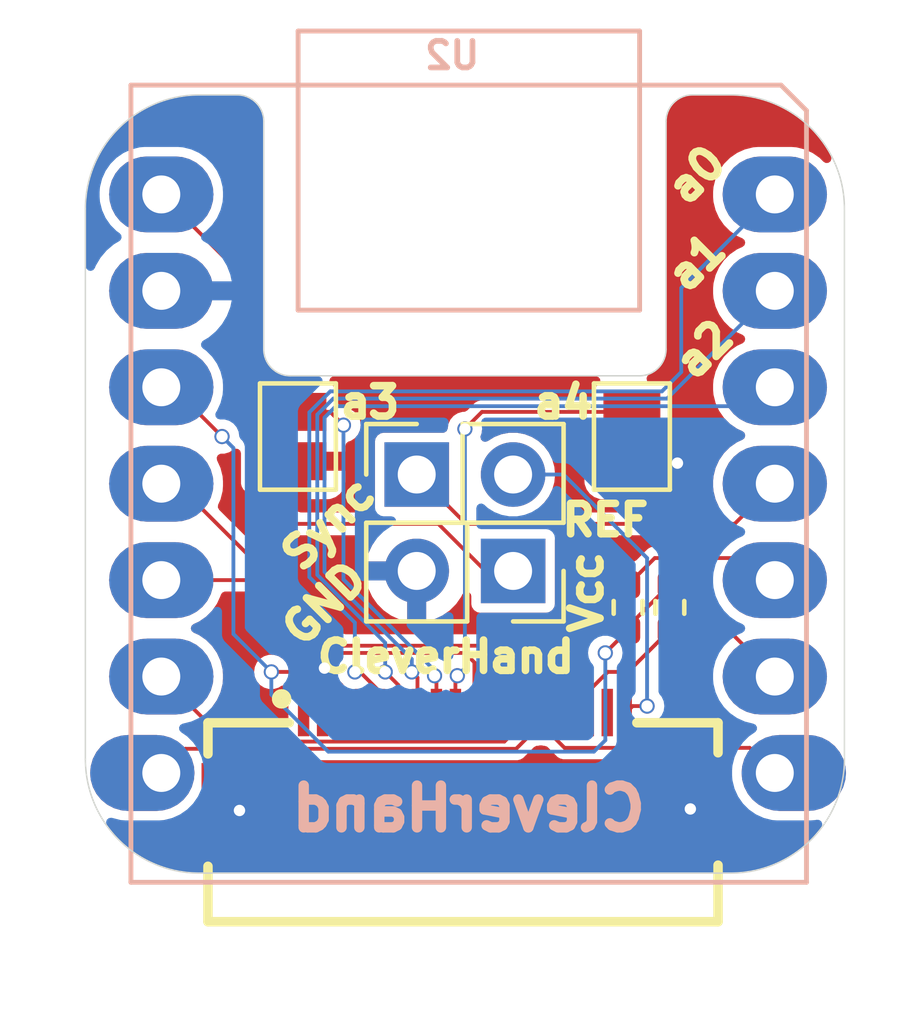
<source format=kicad_pcb>
(kicad_pcb (version 20240108) (generator "pcbnew") (generator_version "8.0")
  (layers (0 "F.Cu" signal "Front") (1 "In1.Cu" signal) (2 "In2.Cu" signal) (31 "B.Cu" signal "Back") (34 "B.Paste" user) (35 "F.Paste" user) (36 "B.SilkS" user "B.Silkscreen") (37 "F.SilkS" user "F.Silkscreen") (38 "B.Mask" user) (39 "F.Mask" user) (44 "Edge.Cuts" user))
  (net 0 "")
  (net 1 "+3.3V")
  (net 2 "/Sync")
  (net 3 "GND")
  (net 4 "/AUX3")
  (net 5 "/addr_bus_2")
  (net 6 "/IO2")
  (net 7 "/SCLK")
  (net 8 "/AUX1")
  (net 9 "/AUX2")
  (net 10 "/PICO")
  (net 11 "/i2C_SCL")
  (net 12 "/I2C_SDA")
  (net 13 "/POCI")
  (net 14 "/extRef")
  (net 15 "/addr_bus_0")
  (net 16 "/addr_bus_1")
  (net 17 "/IO1_out")
  (net 18 "VSYS")
  (net 19 "/addr_bus_4")
  (net 20 "/addr_bus_3")
  (footprint "Resistor_SMD:R_0402_1005Metric_Pad0.72x0.64mm_HandSolder" (layer "F.Cu") (at 61.9 87.5 -90)
    (property "Reference" "R1" (hide yes))
    (property "Value" "2k" (hide yes))
    (fp_line (start -0.167621 0.380001) (end 0.167621 0.380001) (stroke (width 0.12)) (layer "F.SilkS"))
    (fp_line (start -0.167621 -0.380001) (end 0.167621 -0.380001) (stroke (width 0.12)) (layer "F.SilkS"))
    (pad "1" smd roundrect (at -0.5975 0 270) (size 0.715 0.64) (layers "F.Cu" "F.Paste" "F.Mask") (net 1 "+3.3V"))
    (pad "2" smd roundrect (at 0.5975 0 270) (size 0.715 0.64) (layers "F.Cu" "F.Paste" "F.Mask") (net 11 "/i2C_SCL"))
  )
  (footprint "Resistor_SMD:R_0402_1005Metric_Pad0.72x0.64mm_HandSolder" (layer "F.Cu") (at 60.8 87.5 90)
    (property "Reference" "R2" (hide yes))
    (property "Value" "2k" (hide yes))
    (fp_line (start -0.167621 -0.380001) (end 0.167621 -0.380001) (stroke (width 0.12)) (layer "F.SilkS"))
    (fp_line (start -0.167621 0.380001) (end 0.167621 0.380001) (stroke (width 0.12)) (layer "F.SilkS"))
    (pad "1" smd roundrect (at -0.5975 0 90) (size 0.715 0.64) (layers "F.Cu" "F.Paste" "F.Mask") (net 1 "+3.3V"))
    (pad "2" smd roundrect (at 0.5975 0 90) (size 0.715 0.64) (layers "F.Cu" "F.Paste" "F.Mask") (net 12 "/I2C_SDA"))
  )
  (footprint "00_lcsc:FPC-SMD_18P-P0.50_FPC-05F-18PH20" (layer "F.Cu") (at 56.5 91.56)
    (property "Reference" "FPC1" (hide yes))
    (property "Value" "FPC-05F-18PH20" (hide yes))
    (fp_line (start -6.77 -1.02) (end -4.629999 -1.02) (stroke (width 0.25)) (layer "F.SilkS"))
    (fp_line (start -6.77 -0.199999) (end -6.77 -1.02) (stroke (width 0.25)) (layer "F.SilkS"))
    (fp_line (start -6.77 4.220001) (end -6.77 2.76) (stroke (width 0.25)) (layer "F.SilkS"))
    (fp_line (start 4.53 -1.02) (end 6.67 -1.02) (stroke (width 0.25)) (layer "F.SilkS"))
    (fp_line (start 6.67 -1.02) (end 6.67 -0.23) (stroke (width 0.25)) (layer "F.SilkS"))
    (fp_line (start 6.67 2.73) (end 6.67 4.22) (stroke (width 0.25)) (layer "F.SilkS"))
    (fp_line (start 6.67 4.22) (end -6.77 4.220001) (stroke (width 0.25)) (layer "F.SilkS"))
    (fp_circle (center -4.83 -1.65) (end -4.7 -1.65) (stroke (width 0.25)) (fill none) (layer "F.SilkS"))
    (fp_circle (center -4.83 -1.65) (end -4.7 -1.65) (stroke (width 0.25)) (fill none) (layer "F.SilkS"))
    (pad "1" smd rect (at -4.25 -1.29) (size 0.3 1.25) (layers "F.Cu" "F.Paste" "F.Mask") (net 8 "/AUX1"))
    (pad "2" smd rect (at -3.75 -1.29) (size 0.3 1.25) (layers "F.Cu" "F.Paste" "F.Mask") (net 1 "+3.3V"))
    (pad "3" smd rect (at -3.25 -1.29) (size 0.3 1.25) (layers "F.Cu" "F.Paste" "F.Mask") (net 3 "GND"))
    (pad "4" smd rect (at -2.75 -1.29) (size 0.3 1.25) (layers "F.Cu" "F.Paste" "F.Mask") (net 4 "/AUX3"))
    (pad "5" smd rect (at -2.25 -1.29) (size 0.3 1.25) (layers "F.Cu" "F.Paste" "F.Mask") (net 15 "/addr_bus_0"))
    (pad "6" smd rect (at -1.75 -1.29) (size 0.3 1.25) (layers "F.Cu" "F.Paste" "F.Mask") (net 16 "/addr_bus_1"))
    (pad "7" smd rect (at -1.25 -1.29) (size 0.3 1.25) (layers "F.Cu" "F.Paste" "F.Mask") (net 5 "/addr_bus_2"))
    (pad "8" smd rect (at -0.75 -1.29) (size 0.3 1.25) (layers "F.Cu" "F.Paste" "F.Mask") (net 20 "/addr_bus_3"))
    (pad "9" smd rect (at -0.25 -1.29) (size 0.3 1.25) (layers "F.Cu" "F.Paste" "F.Mask") (net 19 "/addr_bus_4"))
    (pad "10" smd rect (at 0.25 -1.29) (size 0.3 1.25) (layers "F.Cu" "F.Paste" "F.Mask") (net 13 "/POCI"))
    (pad "11" smd rect (at 0.75 -1.29) (size 0.3 1.25) (layers "F.Cu" "F.Paste" "F.Mask") (net 10 "/PICO"))
    (pad "12" smd rect (at 1.25 -1.29) (size 0.3 1.25) (layers "F.Cu" "F.Paste" "F.Mask") (net 7 "/SCLK"))
    (pad "13" smd rect (at 1.75 -1.29) (size 0.3 1.25) (layers "F.Cu" "F.Paste" "F.Mask") (net 17 "/IO1_out"))
    (pad "14" smd rect (at 2.25 -1.29) (size 0.3 1.25) (layers "F.Cu" "F.Paste" "F.Mask") (net 6 "/IO2"))
    (pad "15" smd rect (at 2.75 -1.29) (size 0.3 1.25) (layers "F.Cu" "F.Paste" "F.Mask") (net 12 "/I2C_SDA"))
    (pad "16" smd rect (at 3.25 -1.29) (size 0.3 1.25) (layers "F.Cu" "F.Paste" "F.Mask") (net 11 "/i2C_SCL"))
    (pad "17" smd rect (at 3.75 -1.29) (size 0.3 1.25) (layers "F.Cu" "F.Paste" "F.Mask") (net 9 "/AUX2"))
    (pad "18" smd rect (at 4.25 -1.29) (size 0.3 1.25) (layers "F.Cu" "F.Paste" "F.Mask") (net 14 "/extRef"))
    (pad "19" smd rect (at -5.94 1.29) (size 2 2.5) (layers "F.Cu" "F.Paste" "F.Mask") (net 3 "GND"))
    (pad "20" smd rect (at 5.94 1.25) (size 2 2.5) (layers "F.Cu" "F.Paste" "F.Mask") (net 3 "GND"))
  )
  (footprint "Jumper:SolderJumper-2_P1.3mm_Open_Pad1.0x1.5mm" (layer "F.Cu") (at 60.9 83 -90)
    (property "Reference" "JP1" (hide yes))
    (property "Value" "SolderJumper_2_Open" (hide yes))
    (fp_line (start -1.4 1) (end -1.4 -1) (stroke (width 0.12)) (layer "F.SilkS"))
    (fp_line (start 1.4 1) (end -1.4 1) (stroke (width 0.12)) (layer "F.SilkS"))
    (fp_line (start -1.4 -1) (end 1.4 -1) (stroke (width 0.12)) (layer "F.SilkS"))
    (fp_line (start 1.4 -1) (end 1.4 1) (stroke (width 0.12)) (layer "F.SilkS"))
    (pad "1" smd rect (at -0.649999 0 270) (size 1 1.5) (layers "F.Cu" "F.Mask") (net 19 "/addr_bus_4"))
    (pad "2" smd rect (at 0.649999 0 270) (size 1 1.5) (layers "F.Cu" "F.Mask") (net 3 "GND"))
  )
  (footprint "Connector_PinHeader_2.54mm:PinHeader_1x02_P2.54mm_Vertical" (layer "F.Cu") (at 55.23 84)
    (property "Reference" "J3" (hide yes))
    (property "Value" "Conn_01x02_Pin" (hide yes))
    (fp_line (start -1.33 -1.33) (end 0 -1.33) (stroke (width 0.12)) (layer "F.SilkS"))
    (fp_line (start -1.33 0) (end -1.33 -1.33) (stroke (width 0.12)) (layer "F.SilkS"))
    (fp_line (start -1.33 1.27) (end -1.33 3.87) (stroke (width 0.12)) (layer "F.SilkS"))
    (fp_line (start -1.33 1.27) (end 1.33 1.27) (stroke (width 0.12)) (layer "F.SilkS"))
    (fp_line (start -1.33 3.87) (end 1.33 3.87) (stroke (width 0.12)) (layer "F.SilkS"))
    (fp_line (start 1.33 1.27) (end 1.33 3.87) (stroke (width 0.12)) (layer "F.SilkS"))
    (pad "1" thru_hole rect (at 0 0) (size 1.7 1.7) (drill 1) (layers "*.Cu" "*.Mask") (net 2 "/Sync"))
    (pad "2" thru_hole oval (at 0 2.54) (size 1.7 1.7) (drill 1) (layers "*.Cu" "*.Mask") (net 3 "GND"))
  )
  (footprint "Connector_PinHeader_2.54mm:PinHeader_1x02_P2.54mm_Vertical" (layer "F.Cu") (at 57.77 86.54 180)
    (property "Reference" "J1" (hide yes))
    (property "Value" "Conn_01x02_Pin" (hide yes))
    (fp_line (start 1.33 1.270001) (end 1.33 3.87) (stroke (width 0.12)) (layer "F.SilkS"))
    (fp_line (start -1.33 3.87) (end 1.33 3.87) (stroke (width 0.12)) (layer "F.SilkS"))
    (fp_line (start -1.33 1.270001) (end 1.33 1.270001) (stroke (width 0.12)) (layer "F.SilkS"))
    (fp_line (start -1.33 1.270001) (end -1.33 3.87) (stroke (width 0.12)) (layer "F.SilkS"))
    (fp_line (start -1.33 0) (end -1.33 -1.33) (stroke (width 0.12)) (layer "F.SilkS"))
    (fp_line (start -1.33 -1.33) (end 0 -1.33) (stroke (width 0.12)) (layer "F.SilkS"))
    (pad "1" thru_hole rect (at 0 0 180) (size 1.7 1.7) (drill 1) (layers "*.Cu" "*.Mask") (net 18 "VSYS"))
    (pad "2" thru_hole oval (at 0 2.54 180) (size 1.7 1.7) (drill 1) (layers "*.Cu" "*.Mask") (net 14 "/extRef"))
  )
  (footprint "Jumper:SolderJumper-2_P1.3mm_Open_Pad1.0x1.5mm" (layer "F.Cu") (at 52.1 83 -90)
    (property "Reference" "JP2" (hide yes))
    (property "Value" "SolderJumper_2_Open" (hide yes))
    (fp_line (start -1.4 1) (end -1.4 -1) (stroke (width 0.12)) (layer "F.SilkS"))
    (fp_line (start 1.4 1) (end -1.4 1) (stroke (width 0.12)) (layer "F.SilkS"))
    (fp_line (start -1.4 -1) (end 1.4 -1) (stroke (width 0.12)) (layer "F.SilkS"))
    (fp_line (start 1.4 -1) (end 1.4 1) (stroke (width 0.12)) (layer "F.SilkS"))
    (pad "1" smd rect (at -0.649999 0 270) (size 1 1.5) (layers "F.Cu" "F.Mask") (net 20 "/addr_bus_3"))
    (pad "2" smd rect (at 0.649999 0 270) (size 1 1.5) (layers "F.Cu" "F.Mask") (net 3 "GND"))
  )
  (footprint "00_custom-footprints:xiaoSeeedStudio_MODULE14P-DIP" (layer "B.Cu") (at 65.5 94.74175 180)
    (property "Reference" "U2" (at 9.3345 21.7805 0) (layer "B.SilkS") (effects (font (size 0.7 0.7)) (justify mirror)))
    (property "Value" "SEEEDUINO-XIAO-ESP32C3")
    (fp_line (start 17.8 21) (end 17.8 0) (stroke (width 0.127)) (layer "B.SilkS"))
    (fp_line (start 17.8 0) (end 0 0) (stroke (width 0.127)) (layer "B.SilkS"))
    (fp_line (start 13.395 22.424) (end 4.4 22.424) (stroke (width 0.127)) (layer "B.SilkS"))
    (fp_line (start 13.395 15.072) (end 13.395 22.424) (stroke (width 0.127)) (layer "B.SilkS"))
    (fp_line (start 4.396 22.425) (end 4.396 15.072) (stroke (width 0.127)) (layer "B.SilkS"))
    (fp_line (start 4.396 15.072) (end 13.395 15.072) (stroke (width 0.127)) (layer "B.SilkS"))
    (fp_line (start 0.671541 21) (end 17.8 21) (stroke (width 0.127)) (layer "B.SilkS"))
    (fp_line (start 0 20.3285) (end 0.671541 21) (stroke (width 0.127)) (layer "B.SilkS"))
    (fp_line (start 0 0) (end 0 20.3285) (stroke (width 0.127)) (layer "B.SilkS"))
    (pad "1" thru_hole roundrect (at 0.835 18.12 180) (size 2.75 2) (drill 1) (layers "*.Cu" "*.Mask") (roundrect_rratio 0.5) (net 15 "/addr_bus_0"))
    (pad "2" thru_hole roundrect (at 0.835 15.58 180) (size 2.75 2) (drill 1) (layers "*.Cu" "*.Mask") (roundrect_rratio 0.5) (net 16 "/addr_bus_1"))
    (pad "3" thru_hole roundrect (at 0.835 13.04 180) (size 2.75 2) (drill 1) (layers "*.Cu" "*.Mask") (roundrect_rratio 0.5) (net 5 "/addr_bus_2"))
    (pad "4" thru_hole roundrect (at 0.835 10.5 180) (size 2.75 2) (drill 1) (layers "*.Cu" "*.Mask") (roundrect_rratio 0.5) (net 2 "/Sync"))
    (pad "5" thru_hole roundrect (at 0.835 7.96 180) (size 2.75 2) (drill 1) (layers "*.Cu" "*.Mask") (roundrect_rratio 0.5) (net 12 "/I2C_SDA"))
    (pad "6" thru_hole roundrect (at 0.835 5.42 180) (size 2.75 2) (drill 1) (layers "*.Cu" "*.Mask") (roundrect_rratio 0.5) (net 11 "/i2C_SCL"))
    (pad "7" thru_hole roundrect (at 0.835 2.88 180) (size 2.75 2) (drill 1 (offset -0.5 0)) (layers "*.Cu" "*.Mask") (roundrect_rratio 0.5) (net 6 "/IO2"))
    (pad "8" thru_hole roundrect (at 17 2.88 180) (size 2.75 2) (drill 1 (offset 0.5 0)) (layers "*.Cu" "*.Mask") (roundrect_rratio 0.5) (net 17 "/IO1_out"))
    (pad "9" thru_hole roundrect (at 17 5.42 180) (size 2.75 2) (drill 1) (layers "*.Cu" "*.Mask") (roundrect_rratio 0.5) (net 7 "/SCLK"))
    (pad "10" thru_hole roundrect (at 17 7.96 180) (size 2.75 2) (drill 1) (layers "*.Cu" "*.Mask") (roundrect_rratio 0.5) (net 13 "/POCI"))
    (pad "11" thru_hole roundrect (at 17 10.5 180) (size 2.75 2) (drill 1) (layers "*.Cu" "*.Mask") (roundrect_rratio 0.5) (net 10 "/PICO"))
    (pad "12" thru_hole roundrect (at 17 13.04 180) (size 2.75 2) (drill 1) (layers "*.Cu" "*.Mask") (roundrect_rratio 0.5) (net 1 "+3.3V"))
    (pad "13" thru_hole roundrect (at 17 15.58 180) (size 2.75 2) (drill 1) (layers "*.Cu" "*.Mask") (roundrect_rratio 0.5) (net 3 "GND"))
    (pad "14" thru_hole roundrect (at 17 18.12 180) (size 2.75 2) (drill 1) (layers "*.Cu" "*.Mask") (roundrect_rratio 0.5) (net 18 "VSYS"))
  )
  (gr_line (start 66.5 91.5) (end 66.5 77) (stroke (width 0.0381)) (layer "Edge.Cuts"))
  (gr_arc (start 66.5 91.5) (mid 65.621331 93.621331) (end 63.5 94.5) (stroke (width 0.0381)) (layer "Edge.Cuts"))
  (gr_line (start 51.2 74.7) (end 51.2 80.7) (stroke (width 0.0381)) (layer "Edge.Cuts"))
  (gr_arc (start 49.5 94.5) (mid 47.378705 93.621295) (end 46.5 91.5) (stroke (width 0.0381)) (layer "Edge.Cuts"))
  (gr_arc (start 46.5 77) (mid 47.37867 74.87867) (end 49.5 74) (stroke (width 0.0381)) (layer "Edge.Cuts"))
  (gr_arc (start 61.8 74.7) (mid 62.005025 74.205025) (end 62.5 74) (stroke (width 0.0381)) (layer "Edge.Cuts"))
  (gr_line (start 46.5 77) (end 46.5 91.5) (stroke (width 0.0381)) (layer "Edge.Cuts"))
  (gr_arc (start 61.8 80.7) (mid 61.594975 81.194975) (end 61.1 81.4) (stroke (width 0.0381)) (layer "Edge.Cuts"))
  (gr_line (start 50.5 74) (end 49.5 74) (stroke (width 0.0381)) (layer "Edge.Cuts"))
  (gr_arc (start 63.5 74) (mid 65.621295 74.878705) (end 66.5 77) (stroke (width 0.0381)) (layer "Edge.Cuts"))
  (gr_line (start 63.5 94.5) (end 49.5 94.5) (stroke (width 0.0381)) (layer "Edge.Cuts"))
  (gr_arc (start 50.5 74) (mid 50.994975 74.205025) (end 51.2 74.7) (stroke (width 0.0381)) (layer "Edge.Cuts"))
  (gr_line (start 61.1 81.4) (end 51.9 81.4) (stroke (width 0.0381)) (layer "Edge.Cuts"))
  (gr_line (start 61.8 80.7) (end 61.8 74.7) (stroke (width 0.0381)) (layer "Edge.Cuts"))
  (gr_arc (start 51.9 81.4) (mid 51.405025 81.194975) (end 51.2 80.7) (stroke (width 0.0381)) (layer "Edge.Cuts"))
  (gr_line (start 63.5 74) (end 62.5 74) (stroke (width 0.0381)) (layer "Edge.Cuts"))
  (gr_text "CleverHand" (at 56.6 92.8 0) (layer "B.SilkS") (effects (font (size 1.1 1.1) (thickness 0.275) (bold yes)) (justify mirror)))
  (gr_text "a2" (at 62.8 80.7 45) (layer "F.SilkS") (effects (font (size 0.8 0.8) (thickness 0.2) (bold yes))))
  (gr_text "a1" (at 62.6 78.4 45) (layer "F.SilkS") (effects (font (size 0.8 0.8) (thickness 0.2) (bold yes))))
  (gr_text "a0" (at 62.6 76.1 45) (layer "F.SilkS") (effects (font (size 0.8 0.8) (thickness 0.2) (bold yes))))
  (gr_text "REF" (at 60.2 85.2 0) (layer "F.SilkS") (effects (font (size 0.8 0.8) (thickness 0.2) (bold yes))))
  (gr_text "a3" (at 54 82.1 0) (layer "F.SilkS") (effects (font (size 0.8 0.8) (thickness 0.2) (bold yes))))
  (gr_text "Sync" (at 52.9 85.3 45) (layer "F.SilkS") (effects (font (size 0.8 0.8) (thickness 0.2) (bold yes))))
  (gr_text "Vcc" (at 59.7 87.1 90) (layer "F.SilkS") (effects (font (size 0.8 0.8) (thickness 0.2) (bold yes))))
  (gr_text "CleverHand" (at 56 88.8 0) (layer "F.SilkS") (effects (font (size 0.8 0.8) (thickness 0.2) (bold yes))))
  (gr_text "a4" (at 59.1 82.1 0) (layer "F.SilkS") (effects (font (size 0.8 0.8) (thickness 0.2) (bold yes))))
  (gr_text "GND" (at 52.8 87.4 45) (layer "F.SilkS") (effects (font (size 0.8 0.8) (thickness 0.2) (bold yes))))
  (segment (start 60.8 88.0025) (end 61.9 86.9025) (width 0.1) (layer "F.Cu") (net 1))
  (segment (start 48.80175 81.70175) (end 48.5 81.70175) (width 0.1) (layer "F.Cu") (net 1))
  (segment (start 50.1 83) (end 48.80175 81.70175) (width 0.1) (layer "F.Cu") (net 1))
  (segment (start 60.19875 88.69875) (end 60.8 88.0975) (width 0.1) (layer "F.Cu") (net 1))
  (segment (start 60.8 88.0975) (end 60.8 88.0025) (width 0.1) (layer "F.Cu") (net 1))
  (segment (start 52.75 89.715) (end 52.75 90.27) (width 0.1) (layer "F.Cu") (net 1))
  (segment (start 51.4 89.2) (end 52.235 89.2) (width 0.1) (layer "F.Cu") (net 1))
  (segment (start 52.235 89.2) (end 52.75 89.715) (width 0.1) (layer "F.Cu") (net 1))
  (via (at 60.19875 88.69875) (size 0.4) (drill 0.3) (layers "F.Cu" "B.Cu") (net 1))
  (via (at 51.4 89.2) (size 0.4) (drill 0.3) (layers "F.Cu" "B.Cu") (net 1))
  (via (at 50.1 83) (size 0.4) (drill 0.3) (layers "F.Cu" "B.Cu") (net 1))
  (segment (start 50.4 83.3) (end 50.1 83) (width 0.1) (layer "B.Cu") (net 1))
  (segment (start 51.4 89.2) (end 51.4 89.8) (width 0.1) (layer "B.Cu") (net 1))
  (segment (start 59.9 91.3) (end 60.2 91) (width 0.1) (layer "B.Cu") (net 1))
  (segment (start 60.2 91) (end 60.2 88.7) (width 0.1) (layer "B.Cu") (net 1))
  (segment (start 51.4 89.2) (end 50.4 88.2) (width 0.1) (layer "B.Cu") (net 1))
  (segment (start 52.9 91.3) (end 59.9 91.3) (width 0.1) (layer "B.Cu") (net 1))
  (segment (start 60.2 88.7) (end 60.19875 88.69875) (width 0.1) (layer "B.Cu") (net 1))
  (segment (start 50.4 88.2) (end 50.4 83.3) (width 0.1) (layer "B.Cu") (net 1))
  (segment (start 51.4 89.8) (end 52.9 91.3) (width 0.1) (layer "B.Cu") (net 1))
  (segment (start 64.665 84.24175) (end 63.60675 85.3) (width 0.1) (layer "F.Cu") (net 2))
  (segment (start 63.60675 85.3) (end 56.53 85.3) (width 0.1) (layer "F.Cu") (net 2))
  (segment (start 56.53 85.3) (end 55.23 84) (width 0.1) (layer "F.Cu") (net 2))
  (segment (start 60.9 83.649999) (end 62.049999 83.649999) (width 0.1) (layer "F.Cu") (net 3))
  (segment (start 62.049999 83.649999) (end 62.1 83.7) (width 0.1) (layer "F.Cu") (net 3))
  (segment (start 53.25 89.55) (end 53.25 90.27) (width 0.1) (layer "F.Cu") (net 3))
  (segment (start 52.8 89.1) (end 53.25 89.55) (width 0.1) (layer "F.Cu") (net 3))
  (via (at 62.1 83.7) (size 0.4) (drill 0.3) (layers "F.Cu" "B.Cu") (net 3))
  (via (at 62.44 92.81) (size 0.4) (drill 0.3) (layers "F.Cu" "B.Cu") (net 3))
  (via (at 52.8 89.1) (size 0.4) (drill 0.3) (layers "F.Cu" "B.Cu") (net 3))
  (via (at 50.56 92.85) (size 0.4) (drill 0.3) (layers "F.Cu" "B.Cu") (net 3))
  (segment (start 55.1 89.2) (end 55.25 89.35) (width 0.1) (layer "F.Cu") (net 5))
  (segment (start 55.25 89.35) (end 55.25 90.27) (width 0.1) (layer "F.Cu") (net 5))
  (via (at 55.1 89.2) (size 0.4) (drill 0.3) (layers "F.Cu" "B.Cu") (net 5))
  (segment (start 55.1 89.2) (end 55.1 88.863603) (width 0.1) (layer "B.Cu") (net 5))
  (segment (start 55.1 88.863603) (end 52.8 86.563603) (width 0.1) (layer "B.Cu") (net 5))
  (segment (start 52.8 86.563603) (end 52.8 82.5) (width 0.1) (layer "B.Cu") (net 5))
  (segment (start 52.8 82.5) (end 53.1 82.2) (width 0.1) (layer "B.Cu") (net 5))
  (segment (start 53.1 82.2) (end 64.16675 82.2) (width 0.1) (layer "B.Cu") (net 5))
  (segment (start 64.16675 82.2) (end 64.665 81.70175) (width 0.1) (layer "B.Cu") (net 5))
  (segment (start 58.75 90.27) (end 58.75 90.825) (width 0.1) (layer "F.Cu") (net 6))
  (segment (start 58.75 90.825) (end 59.125 91.2) (width 0.1) (layer "F.Cu") (net 6))
  (segment (start 59.125 91.2) (end 64.00325 91.2) (width 0.1) (layer "F.Cu") (net 6))
  (segment (start 64.00325 91.2) (end 64.665 91.86175) (width 0.1) (layer "F.Cu") (net 6))
  (segment (start 48.5 89.32175) (end 50.21325 91.035) (width 0.1) (layer "F.Cu") (net 7))
  (segment (start 57.75 90.825) (end 57.75 90.27) (width 0.1) (layer "F.Cu") (net 7))
  (segment (start 50.21325 91.035) (end 57.54 91.035) (width 0.1) (layer "F.Cu") (net 7))
  (segment (start 57.54 91.035) (end 57.75 90.825) (width 0.1) (layer "F.Cu") (net 7))
  (segment (start 53.1787 88.51) (end 56.91 88.51) (width 0.1) (layer "F.Cu") (net 10))
  (segment (start 48.5 84.24175) (end 48.91045 84.24175) (width 0.1) (layer "F.Cu") (net 10))
  (segment (start 56.91 88.51) (end 57.25 88.85) (width 0.1) (layer "F.Cu") (net 10))
  (segment (start 57.25 88.85) (end 57.25 90.27) (width 0.1) (layer "F.Cu") (net 10))
  (segment (start 48.91045 84.24175) (end 53.1787 88.51) (width 0.1) (layer "F.Cu") (net 10))
  (segment (start 63.44075 88.0975) (end 64.665 89.32175) (width 0.1) (layer "F.Cu") (net 11))
  (segment (start 59.75 90.27) (end 59.75 89.715) (width 0.1) (layer "F.Cu") (net 11))
  (segment (start 60.7975 89.2) (end 61.9 88.0975) (width 0.1) (layer "F.Cu") (net 11))
  (segment (start 60.265 89.2) (end 60.7975 89.2) (width 0.1) (layer "F.Cu") (net 11))
  (segment (start 59.75 89.715) (end 60.265 89.2) (width 0.1) (layer "F.Cu") (net 11))
  (segment (start 63.44075 88.0975) (end 61.9 88.0975) (width 0.1) (layer "F.Cu") (net 11))
  (segment (start 61.5025 86.2) (end 60.8 86.9025) (width 0.1) (layer "F.Cu") (net 12))
  (segment (start 59.25 90.27) (end 59.25 87.95) (width 0.1) (layer "F.Cu") (net 12))
  (segment (start 64.665 86.78175) (end 64.08325 86.2) (width 0.1) (layer "F.Cu") (net 12))
  (segment (start 60.2975 86.9025) (end 59.25 87.95) (width 0.1) (layer "F.Cu") (net 12))
  (segment (start 64.08325 86.2) (end 61.5025 86.2) (width 0.1) (layer "F.Cu") (net 12))
  (segment (start 60.8 86.9025) (end 60.2975 86.9025) (width 0.1) (layer "F.Cu") (net 12))
  (segment (start 56.5 88.7) (end 56.75 88.95) (width 0.1) (layer "F.Cu") (net 13))
  (segment (start 53.1 88.7) (end 56.5 88.7) (width 0.1) (layer "F.Cu") (net 13))
  (segment (start 56.75 88.95) (end 56.75 90.27) (width 0.1) (layer "F.Cu") (net 13))
  (segment (start 51.18175 86.78175) (end 53.1 88.7) (width 0.1) (layer "F.Cu") (net 13))
  (segment (start 48.5 86.78175) (end 51.18175 86.78175) (width 0.1) (layer "F.Cu") (net 13))
  (segment (start 61.3 90.1) (end 60.92 90.1) (width 0.1) (layer "F.Cu") (net 14))
  (segment (start 60.92 90.1) (end 60.75 90.27) (width 0.1) (layer "F.Cu") (net 14))
  (via (at 61.3 90.1) (size 0.4) (drill 0.3) (layers "F.Cu" "B.Cu") (net 14))
  (segment (start 61.3 90.1) (end 61.3 86.2) (width 0.1) (layer "B.Cu") (net 14))
  (segment (start 59.1 84) (end 57.77 84) (width 0.1) (layer "B.Cu") (net 14))
  (segment (start 61.3 86.2) (end 59.1 84) (width 0.1) (layer "B.Cu") (net 14))
  (segment (start 54.25 89.715) (end 54.25 90.27) (width 0.1) (layer "F.Cu") (net 15))
  (segment (start 53.6 89.2) (end 53.735 89.2) (width 0.1) (layer "F.Cu") (net 15))
  (segment (start 53.735 89.2) (end 54.25 89.715) (width 0.1) (layer "F.Cu") (net 15))
  (via (at 53.6 89.2) (size 0.4) (drill 0.3) (layers "F.Cu" "B.Cu") (net 15))
  (segment (start 52.4 82.362598) (end 52.952598 81.81) (width 0.1) (layer "B.Cu") (net 15))
  (segment (start 53.6 87.901004) (end 52.4 86.701004) (width 0.1) (layer "B.Cu") (net 15))
  (segment (start 62.2 79.08675) (end 64.665 76.62175) (width 0.1) (layer "B.Cu") (net 15))
  (segment (start 61.69 81.81) (end 62.2 81.3) (width 0.1) (layer "B.Cu") (net 15))
  (segment (start 53.6 89.2) (end 53.6 87.901004) (width 0.1) (layer "B.Cu") (net 15))
  (segment (start 62.2 81.3) (end 62.2 79.08675) (width 0.1) (layer "B.Cu") (net 15))
  (segment (start 52.4 86.701004) (end 52.4 82.362598) (width 0.1) (layer "B.Cu") (net 15))
  (segment (start 52.952598 81.81) (end 61.69 81.81) (width 0.1) (layer "B.Cu") (net 15))
  (segment (start 54.75 89.55) (end 54.75 90.27) (width 0.1) (layer "F.Cu") (net 16))
  (segment (start 54.4 89.2) (end 54.75 89.55) (width 0.1) (layer "F.Cu") (net 16))
  (via (at 54.4 89.2) (size 0.4) (drill 0.3) (layers "F.Cu" "B.Cu") (net 16))
  (segment (start 52.61 82.421299) (end 53.031299 82) (width 0.1) (layer "B.Cu") (net 16))
  (segment (start 53.031299 82) (end 61.82675 82) (width 0.1) (layer "B.Cu") (net 16))
  (segment (start 61.82675 82) (end 64.665 79.16175) (width 0.1) (layer "B.Cu") (net 16))
  (segment (start 52.61 86.642304) (end 52.61 82.421299) (width 0.1) (layer "B.Cu") (net 16))
  (segment (start 54.4 88.432304) (end 52.61 86.642304) (width 0.1) (layer "B.Cu") (net 16))
  (segment (start 54.4 89.2) (end 54.4 88.432304) (width 0.1) (layer "B.Cu") (net 16))
  (segment (start 58.25 90.27) (end 58.25 90.825) (width 0.1) (layer "F.Cu") (net 17))
  (segment (start 49.13675 91.225) (end 48.5 91.86175) (width 0.1) (layer "F.Cu") (net 17))
  (segment (start 58.25 90.825) (end 57.85 91.225) (width 0.1) (layer "F.Cu") (net 17))
  (segment (start 57.85 91.225) (end 49.13675 91.225) (width 0.1) (layer "F.Cu") (net 17))
  (segment (start 50.9 84.202592) (end 51.997408 85.3) (width 0.1) (layer "F.Cu") (net 18))
  (segment (start 55.8 85.3) (end 57.04 86.54) (width 0.1) (layer "F.Cu") (net 18))
  (segment (start 57.04 86.54) (end 57.77 86.54) (width 0.1) (layer "F.Cu") (net 18))
  (segment (start 50.9 79.02175) (end 50.9 84.202592) (width 0.1) (layer "F.Cu") (net 18))
  (segment (start 51.997408 85.3) (end 55.8 85.3) (width 0.1) (layer "F.Cu") (net 18))
  (segment (start 48.5 76.62175) (end 50.9 79.02175) (width 0.1) (layer "F.Cu") (net 18))
  (segment (start 56.949999 82.350001) (end 56.5 82.8) (width 0.1) (layer "F.Cu") (net 19))
  (segment (start 56.25 90.27) (end 56.25 89.35) (width 0.1) (layer "F.Cu") (net 19))
  (segment (start 56.25 89.35) (end 56.3 89.3) (width 0.1) (layer "F.Cu") (net 19))
  (segment (start 60.9 82.350001) (end 56.949999 82.350001) (width 0.1) (layer "F.Cu") (net 19))
  (via (at 56.3 89.3) (size 0.4) (drill 0.3) (layers "F.Cu" "B.Cu") (net 19))
  (via (at 56.5 82.8) (size 0.4) (drill 0.3) (layers "F.Cu" "B.Cu") (net 19))
  (segment (start 56.5 89.1) (end 56.3 89.3) (width 0.1) (layer "B.Cu") (net 19))
  (segment (start 56.5 82.8) (end 56.5 89.1) (width 0.1) (layer "B.Cu") (net 19))
  (segment (start 55.75 89.35) (end 55.7 89.3) (width 0.1) (layer "F.Cu") (net 20))
  (segment (start 52.950001 82.350001) (end 52.1 82.350001) (width 0.1) (layer "F.Cu") (net 20))
  (segment (start 53.3 82.7) (end 52.950001 82.350001) (width 0.1) (layer "F.Cu") (net 20))
  (segment (start 55.75 90.27) (end 55.75 89.35) (width 0.1) (layer "F.Cu") (net 20))
  (via (at 53.3 82.7) (size 0.4) (drill 0.3) (layers "F.Cu" "B.Cu") (net 20))
  (via (at 55.7 89.3) (size 0.4) (drill 0.3) (layers "F.Cu" "B.Cu") (net 20))
  (segment (start 53.3 86.763603) (end 55.7 89.163603) (width 0.1) (layer "B.Cu") (net 20))
  (segment (start 53.3 82.7) (end 53.3 86.763603) (width 0.1) (layer "B.Cu") (net 20))
  (segment (start 55.7 89.163603) (end 55.7 89.3) (width 0.1) (layer "B.Cu") (net 20))
  (zone (net 3) (net_name "GND") (layers "F.Cu" "In1.Cu" "In2.Cu" "B.Cu") (connect_pads (clearance 0.25)) (min_thickness 0.25) (fill yes (thermal_gap 0.5) (thermal_bridge_width 0.5))
    (polygon (pts (xy 44.25 71.5) (xy 68.25 71.5) (xy 68.25 98.5) (xy 44.25 98.5)))
  )
)
</source>
